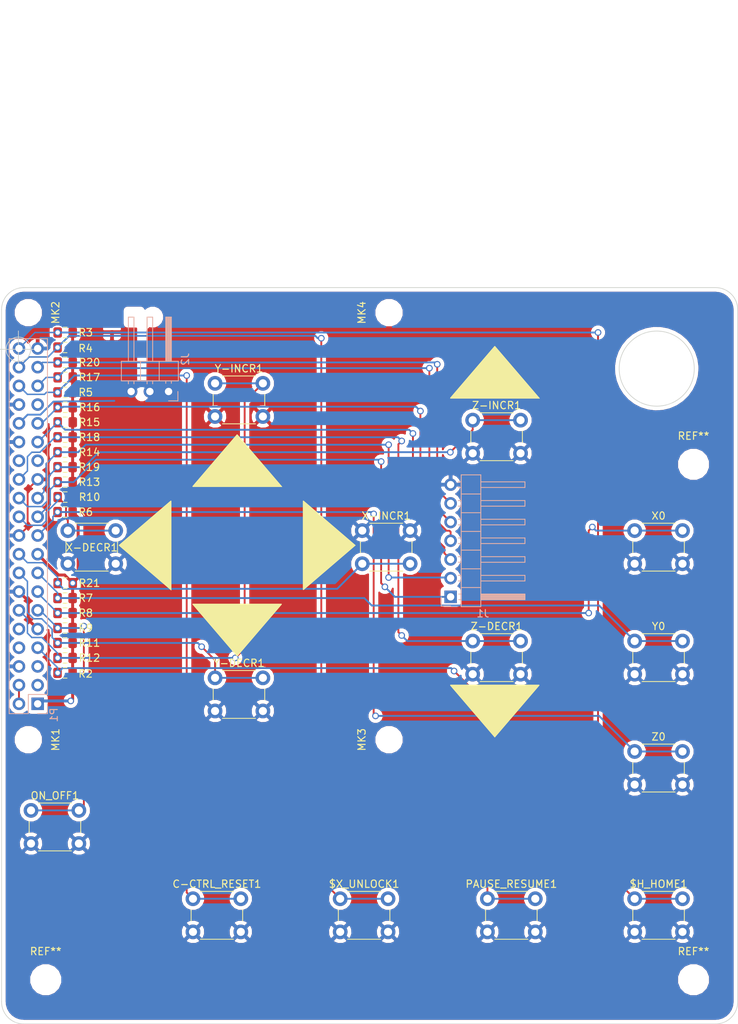
<source format=kicad_pcb>
(kicad_pcb (version 20171130) (host pcbnew "(5.0.0-3-g5ebb6b6)")
  (title_block (date "15 nov 2012"))
  (layers (0 F.Cu signal) (31 B.Cu signal) (34 B.Paste user) (35 F.Paste user) (36 B.SilkS user) (37 F.SilkS user) (38 B.Mask user) (39 F.Mask user) (44 Edge.Cuts user))
  (net 0 "")
  (net 1 +3V3)
  (net 2 +5V)
  (net 3 GND)
  (net 4 /ID_SD)
  (net 5 /ID_SC)
  (net 6 /GPIO5)
  (net 7 /GPIO6)
  (net 8 /GPIO26)
  (net 9 "/GPIO2(SDA1)")
  (net 10 "/GPIO3(SCL1)")
  (net 11 "/GPIO4(GCLK)")
  (net 12 "/GPIO14(TXD0)")
  (net 13 "/GPIO15(RXD0)")
  (net 14 "/GPIO17(GEN0)")
  (net 15 "/GPIO27(GEN2)")
  (net 16 "/GPIO22(GEN3)")
  (net 17 "/GPIO23(GEN4)")
  (net 18 "/GPIO24(GEN5)")
  (net 19 "/GPIO25(GEN6)")
  (net 20 "/GPIO18(GEN1)(PWM0)")
  (net 21 "/GPIO10(SPI0_MOSI)")
  (net 22 "/GPIO9(SPI0_MISO)")
  (net 23 "/GPIO11(SPI0_SCK)")
  (net 24 "/GPIO8(SPI0_CE_N)")
  (net 25 "/GPIO7(SPI1_CE_N)")
  (net 26 "/GPIO12(PWM0)")
  (net 27 "/GPIO13(PWM1)")
  (net 28 "/GPIO19(SPI1_MISO)")
  (net 29 /GPIO16)
  (net 30 "/GPIO20(SPI1_MOSI)")
  (net 31 "/GPIO21(SPI1_SCK)")
  (module MountingHole:MountingHole_2.7mm_M2.5 (layer F.Cu) (at 86.906 80.875 90)
    (fp_text reference MK4 (at 0 -3.7 90) (layer F.SilkS))
    (fp_text value M2.5)
    (pad 1 np_thru_hole circle (at 0 0 90) (size 2.7 2.7) (drill 2.7) (layers *.Cu *.Mask))
  )
  (module Connector_PinSocket_2.54mm:PinSocket_2x20_P2.54mm_Vertical (layer B.Cu) (at 39.176 134.005)
    (fp_text reference P1 (at 2.208 1.512 -270) (layer B.SilkS) (effects (justify mirror)))
    (fp_text value Conn_02x20_Odd_Even)
    (pad 1 thru_hole rect (at 0 0) (size 1.7 1.7) (drill 1) (layers *.Cu *.Mask) (net 1 +3V3))
    (pad 2 thru_hole oval (at -2.54 0) (size 1.7 1.7) (drill 1) (layers *.Cu *.Mask) (net 2 +5V))
    (pad 3 thru_hole oval (at 0 -2.54) (size 1.7 1.7) (drill 1) (layers *.Cu *.Mask) (net 9 "/GPIO2(SDA1)"))
    (pad 4 thru_hole oval (at -2.54 -2.54) (size 1.7 1.7) (drill 1) (layers *.Cu *.Mask) (net 2 +5V))
    (pad 5 thru_hole oval (at 0 -5.08) (size 1.7 1.7) (drill 1) (layers *.Cu *.Mask) (net 10 "/GPIO3(SCL1)"))
    (pad 6 thru_hole oval (at -2.54 -5.08) (size 1.7 1.7) (drill 1) (layers *.Cu *.Mask) (net 3 GND))
    (pad 7 thru_hole oval (at 0 -7.62) (size 1.7 1.7) (drill 1) (layers *.Cu *.Mask) (net 11 "/GPIO4(GCLK)"))
    (pad 8 thru_hole oval (at -2.54 -7.62) (size 1.7 1.7) (drill 1) (layers *.Cu *.Mask) (net 12 "/GPIO14(TXD0)"))
    (pad 9 thru_hole oval (at 0 -10.16) (size 1.7 1.7) (drill 1) (layers *.Cu *.Mask) (net 3 GND))
    (pad 10 thru_hole oval (at -2.54 -10.16) (size 1.7 1.7) (drill 1) (layers *.Cu *.Mask) (net 13 "/GPIO15(RXD0)"))
    (pad 11 thru_hole oval (at 0 -12.7) (size 1.7 1.7) (drill 1) (layers *.Cu *.Mask) (net 14 "/GPIO17(GEN0)"))
    (pad 12 thru_hole oval (at -2.54 -12.7) (size 1.7 1.7) (drill 1) (layers *.Cu *.Mask) (net 20 "/GPIO18(GEN1)(PWM0)"))
    (pad 13 thru_hole oval (at 0 -15.24) (size 1.7 1.7) (drill 1) (layers *.Cu *.Mask) (net 15 "/GPIO27(GEN2)"))
    (pad 14 thru_hole oval (at -2.54 -15.24) (size 1.7 1.7) (drill 1) (layers *.Cu *.Mask) (net 3 GND))
    (pad 15 thru_hole oval (at 0 -17.78) (size 1.7 1.7) (drill 1) (layers *.Cu *.Mask) (net 16 "/GPIO22(GEN3)"))
    (pad 16 thru_hole oval (at -2.54 -17.78) (size 1.7 1.7) (drill 1) (layers *.Cu *.Mask) (net 17 "/GPIO23(GEN4)"))
    (pad 17 thru_hole oval (at 0 -20.32) (size 1.7 1.7) (drill 1) (layers *.Cu *.Mask) (net 1 +3V3))
    (pad 18 thru_hole oval (at -2.54 -20.32) (size 1.7 1.7) (drill 1) (layers *.Cu *.Mask) (net 18 "/GPIO24(GEN5)"))
    (pad 19 thru_hole oval (at 0 -22.86) (size 1.7 1.7) (drill 1) (layers *.Cu *.Mask) (net 21 "/GPIO10(SPI0_MOSI)"))
    (pad 20 thru_hole oval (at -2.54 -22.86) (size 1.7 1.7) (drill 1) (layers *.Cu *.Mask) (net 3 GND))
    (pad 21 thru_hole oval (at 0 -25.4) (size 1.7 1.7) (drill 1) (layers *.Cu *.Mask) (net 22 "/GPIO9(SPI0_MISO)"))
    (pad 22 thru_hole oval (at -2.54 -25.4) (size 1.7 1.7) (drill 1) (layers *.Cu *.Mask) (net 19 "/GPIO25(GEN6)"))
    (pad 23 thru_hole oval (at 0 -27.94) (size 1.7 1.7) (drill 1) (layers *.Cu *.Mask) (net 23 "/GPIO11(SPI0_SCK)"))
    (pad 24 thru_hole oval (at -2.54 -27.94) (size 1.7 1.7) (drill 1) (layers *.Cu *.Mask) (net 24 "/GPIO8(SPI0_CE_N)"))
    (pad 25 thru_hole oval (at 0 -30.48) (size 1.7 1.7) (drill 1) (layers *.Cu *.Mask) (net 3 GND))
    (pad 26 thru_hole oval (at -2.54 -30.48) (size 1.7 1.7) (drill 1) (layers *.Cu *.Mask) (net 25 "/GPIO7(SPI1_CE_N)"))
    (pad 27 thru_hole oval (at 0 -33.02) (size 1.7 1.7) (drill 1) (layers *.Cu *.Mask) (net 4 /ID_SD))
    (pad 28 thru_hole oval (at -2.54 -33.02) (size 1.7 1.7) (drill 1) (layers *.Cu *.Mask) (net 5 /ID_SC))
    (pad 29 thru_hole oval (at 0 -35.56) (size 1.7 1.7) (drill 1) (layers *.Cu *.Mask) (net 6 /GPIO5))
    (pad 30 thru_hole oval (at -2.54 -35.56) (size 1.7 1.7) (drill 1) (layers *.Cu *.Mask) (net 3 GND))
    (pad 31 thru_hole oval (at 0 -38.1) (size 1.7 1.7) (drill 1) (layers *.Cu *.Mask) (net 7 /GPIO6))
    (pad 32 thru_hole oval (at -2.54 -38.1) (size 1.7 1.7) (drill 1) (layers *.Cu *.Mask) (net 26 "/GPIO12(PWM0)"))
    (pad 33 thru_hole oval (at 0 -40.64) (size 1.7 1.7) (drill 1) (layers *.Cu *.Mask) (net 27 "/GPIO13(PWM1)"))
    (pad 34 thru_hole oval (at -2.54 -40.64) (size 1.7 1.7) (drill 1) (layers *.Cu *.Mask) (net 3 GND))
    (pad 35 thru_hole oval (at 0 -43.18) (size 1.7 1.7) (drill 1) (layers *.Cu *.Mask) (net 28 "/GPIO19(SPI1_MISO)"))
    (pad 36 thru_hole oval (at -2.54 -43.18) (size 1.7 1.7) (drill 1) (layers *.Cu *.Mask) (net 29 /GPIO16))
    (pad 37 thru_hole oval (at 0 -45.72) (size 1.7 1.7) (drill 1) (layers *.Cu *.Mask) (net 8 /GPIO26))
    (pad 38 thru_hole oval (at -2.54 -45.72) (size 1.7 1.7) (drill 1) (layers *.Cu *.Mask) (net 30 "/GPIO20(SPI1_MOSI)"))
    (pad 39 thru_hole oval (at 0 -48.26) (size 1.7 1.7) (drill 1) (layers *.Cu *.Mask) (net 3 GND))
    (pad 40 thru_hole oval (at -2.54 -48.26) (size 1.7 1.7) (drill 1) (layers *.Cu *.Mask) (net 31 "/GPIO21(SPI1_SCK)"))
  )
  (module MountingHole:MountingHole_2.7mm_M2.5 (layer F.Cu) (at 86.906 138.875 90)
    (fp_text reference MK3 (at 0 -3.7 90) (layer F.SilkS))
    (fp_text value M2.5)
    (pad 1 np_thru_hole circle (at 0 0 90) (size 2.7 2.7) (drill 2.7) (layers *.Cu *.Mask))
  )
  (module MountingHole:MountingHole_2.7mm_M2.5 (layer F.Cu) (at 37.906 80.875 270)
    (fp_text reference MK2 (at 0 -3.7 270) (layer F.SilkS))
    (fp_text value M2.5)
    (pad 1 np_thru_hole circle (at 0 0 270) (size 2.7 2.7) (drill 2.7) (layers *.Cu *.Mask))
  )
  (module MountingHole:MountingHole_2.7mm_M2.5 (layer F.Cu) (at 37.906 138.875 270)
    (fp_text reference MK1 (at 0 -3.7 270) (layer F.SilkS))
    (fp_text value M2.5)
    (pad 1 np_thru_hole circle (at 0 0 270) (size 2.7 2.7) (drill 2.7) (layers *.Cu *.Mask))
  )
  (module Button_Switch_THT:SW_PUSH_6mm (layer F.Cu) (at 120.272 160.478)
    (fp_text reference $H_HOME1 (at 3.25 -2) (layer F.SilkS))
    (fp_text value SW_Push)
    (pad 2 thru_hole circle (at 0 4.5 90) (size 2 2) (drill 1.1) (layers *.Cu *.Mask) (net 3 GND))
    (pad 1 thru_hole circle (at 0 0 90) (size 2 2) (drill 1.1) (layers *.Cu *.Mask) (net 31 "/GPIO21(SPI1_SCK)"))
    (pad 2 thru_hole circle (at 6.5 4.5 90) (size 2 2) (drill 1.1) (layers *.Cu *.Mask) (net 3 GND))
    (pad 1 thru_hole circle (at 6.5 0 90) (size 2 2) (drill 1.1) (layers *.Cu *.Mask) (net 31 "/GPIO21(SPI1_SCK)"))
  )
  (module Button_Switch_THT:SW_PUSH_6mm (layer F.Cu) (at 80.272 160.478)
    (fp_text reference $X_UNLOCK1 (at 3.25 -2) (layer F.SilkS))
    (fp_text value SW_Push)
    (pad 1 thru_hole circle (at 6.5 0 90) (size 2 2) (drill 1.1) (layers *.Cu *.Mask) (net 30 "/GPIO20(SPI1_MOSI)"))
    (pad 2 thru_hole circle (at 6.5 4.5 90) (size 2 2) (drill 1.1) (layers *.Cu *.Mask) (net 3 GND))
    (pad 1 thru_hole circle (at 0 0 90) (size 2 2) (drill 1.1) (layers *.Cu *.Mask) (net 30 "/GPIO20(SPI1_MOSI)"))
    (pad 2 thru_hole circle (at 0 4.5 90) (size 2 2) (drill 1.1) (layers *.Cu *.Mask) (net 3 GND))
  )
  (module Button_Switch_THT:SW_PUSH_6mm (layer F.Cu) (at 60.272 160.478)
    (fp_text reference C-CTRL_RESET1 (at 3.25 -2) (layer F.SilkS))
    (fp_text value SW_Push)
    (pad 2 thru_hole circle (at 0 4.5 90) (size 2 2) (drill 1.1) (layers *.Cu *.Mask) (net 3 GND))
    (pad 1 thru_hole circle (at 0 0 90) (size 2 2) (drill 1.1) (layers *.Cu *.Mask) (net 29 /GPIO16))
    (pad 2 thru_hole circle (at 6.5 4.5 90) (size 2 2) (drill 1.1) (layers *.Cu *.Mask) (net 3 GND))
    (pad 1 thru_hole circle (at 6.5 0 90) (size 2 2) (drill 1.1) (layers *.Cu *.Mask) (net 29 /GPIO16))
  )
  (module Button_Switch_THT:SW_PUSH_6mm (layer F.Cu) (at 38.272 148.478)
    (fp_text reference ON_OFF1 (at 3.25 -2) (layer F.SilkS))
    (fp_text value SW_Push)
    (pad 1 thru_hole circle (at 6.5 0 90) (size 2 2) (drill 1.1) (layers *.Cu *.Mask) (net 14 "/GPIO17(GEN0)"))
    (pad 2 thru_hole circle (at 6.5 4.5 90) (size 2 2) (drill 1.1) (layers *.Cu *.Mask) (net 3 GND))
    (pad 1 thru_hole circle (at 0 0 90) (size 2 2) (drill 1.1) (layers *.Cu *.Mask) (net 14 "/GPIO17(GEN0)"))
    (pad 2 thru_hole circle (at 0 4.5 90) (size 2 2) (drill 1.1) (layers *.Cu *.Mask) (net 3 GND))
  )
  (module Button_Switch_THT:SW_PUSH_6mm (layer F.Cu) (at 100.272 160.478)
    (fp_text reference PAUSE_RESUME1 (at 3.25 -2) (layer F.SilkS))
    (fp_text value SW_Push)
    (pad 1 thru_hole circle (at 6.5 0 90) (size 2 2) (drill 1.1) (layers *.Cu *.Mask) (net 11 "/GPIO4(GCLK)"))
    (pad 2 thru_hole circle (at 6.5 4.5 90) (size 2 2) (drill 1.1) (layers *.Cu *.Mask) (net 3 GND))
    (pad 1 thru_hole circle (at 0 0 90) (size 2 2) (drill 1.1) (layers *.Cu *.Mask) (net 11 "/GPIO4(GCLK)"))
    (pad 2 thru_hole circle (at 0 4.5 90) (size 2 2) (drill 1.1) (layers *.Cu *.Mask) (net 3 GND))
  )
  (module Button_Switch_THT:SW_PUSH_6mm (layer F.Cu) (at 120.272 110.478)
    (fp_text reference X0 (at 3.25 -2) (layer F.SilkS))
    (fp_text value SW_Push)
    (pad 2 thru_hole circle (at 0 4.5 90) (size 2 2) (drill 1.1) (layers *.Cu *.Mask) (net 3 GND))
    (pad 1 thru_hole circle (at 0 0 90) (size 2 2) (drill 1.1) (layers *.Cu *.Mask) (net 15 "/GPIO27(GEN2)"))
    (pad 2 thru_hole circle (at 6.5 4.5 90) (size 2 2) (drill 1.1) (layers *.Cu *.Mask) (net 3 GND))
    (pad 1 thru_hole circle (at 6.5 0 90) (size 2 2) (drill 1.1) (layers *.Cu *.Mask) (net 15 "/GPIO27(GEN2)"))
  )
  (module Button_Switch_THT:SW_PUSH_6mm (layer F.Cu) (at 43.272 110.478)
    (fp_text reference X-DECR1 (at 3.25 2.306) (layer F.SilkS))
    (fp_text value SW_Push)
    (pad 1 thru_hole circle (at 6.5 0 90) (size 2 2) (drill 1.1) (layers *.Cu *.Mask) (net 19 "/GPIO25(GEN6)"))
    (pad 2 thru_hole circle (at 6.5 4.5 90) (size 2 2) (drill 1.1) (layers *.Cu *.Mask) (net 3 GND))
    (pad 1 thru_hole circle (at 0 0 90) (size 2 2) (drill 1.1) (layers *.Cu *.Mask) (net 19 "/GPIO25(GEN6)"))
    (pad 2 thru_hole circle (at 0 4.5 90) (size 2 2) (drill 1.1) (layers *.Cu *.Mask) (net 3 GND))
  )
  (module Button_Switch_THT:SW_PUSH_6mm (layer F.Cu) (at 83.272 110.478)
    (fp_text reference X-INCR1 (at 3.25 -2) (layer F.SilkS))
    (fp_text value SW_Push)
    (pad 1 thru_hole circle (at 6.5 0 90) (size 2 2) (drill 1.1) (layers *.Cu *.Mask) (net 3 GND))
    (pad 2 thru_hole circle (at 6.5 4.5 90) (size 2 2) (drill 1.1) (layers *.Cu *.Mask) (net 18 "/GPIO24(GEN5)"))
    (pad 1 thru_hole circle (at 0 0 90) (size 2 2) (drill 1.1) (layers *.Cu *.Mask) (net 3 GND))
    (pad 2 thru_hole circle (at 0 4.5 90) (size 2 2) (drill 1.1) (layers *.Cu *.Mask) (net 18 "/GPIO24(GEN5)"))
  )
  (module Button_Switch_THT:SW_PUSH_6mm (layer F.Cu) (at 120.272 125.478)
    (fp_text reference Y0 (at 3.25 -2) (layer F.SilkS))
    (fp_text value SW_Push)
    (pad 1 thru_hole circle (at 6.5 0 90) (size 2 2) (drill 1.1) (layers *.Cu *.Mask) (net 16 "/GPIO22(GEN3)"))
    (pad 2 thru_hole circle (at 6.5 4.5 90) (size 2 2) (drill 1.1) (layers *.Cu *.Mask) (net 3 GND))
    (pad 1 thru_hole circle (at 0 0 90) (size 2 2) (drill 1.1) (layers *.Cu *.Mask) (net 16 "/GPIO22(GEN3)"))
    (pad 2 thru_hole circle (at 0 4.5 90) (size 2 2) (drill 1.1) (layers *.Cu *.Mask) (net 3 GND))
  )
  (module Button_Switch_THT:SW_PUSH_6mm (layer F.Cu) (at 63.272 130.478)
    (fp_text reference Y-DECR1 (at 3.25 -2) (layer F.SilkS))
    (fp_text value SW_Push)
    (pad 2 thru_hole circle (at 0 4.5 90) (size 2 2) (drill 1.1) (layers *.Cu *.Mask) (net 3 GND))
    (pad 1 thru_hole circle (at 0 0 90) (size 2 2) (drill 1.1) (layers *.Cu *.Mask) (net 17 "/GPIO23(GEN4)"))
    (pad 2 thru_hole circle (at 6.5 4.5 90) (size 2 2) (drill 1.1) (layers *.Cu *.Mask) (net 3 GND))
    (pad 1 thru_hole circle (at 6.5 0 90) (size 2 2) (drill 1.1) (layers *.Cu *.Mask) (net 17 "/GPIO23(GEN4)"))
  )
  (module Button_Switch_THT:SW_PUSH_6mm (layer F.Cu) (at 63.272 90.478)
    (fp_text reference Y-INCR1 (at 3.25 -2) (layer F.SilkS))
    (fp_text value SW_Push)
    (pad 2 thru_hole circle (at 0 4.5 90) (size 2 2) (drill 1.1) (layers *.Cu *.Mask) (net 3 GND))
    (pad 1 thru_hole circle (at 0 0 90) (size 2 2) (drill 1.1) (layers *.Cu *.Mask) (net 20 "/GPIO18(GEN1)(PWM0)"))
    (pad 2 thru_hole circle (at 6.5 4.5 90) (size 2 2) (drill 1.1) (layers *.Cu *.Mask) (net 3 GND))
    (pad 1 thru_hole circle (at 6.5 0 90) (size 2 2) (drill 1.1) (layers *.Cu *.Mask) (net 20 "/GPIO18(GEN1)(PWM0)"))
  )
  (module Button_Switch_THT:SW_PUSH_6mm (layer F.Cu) (at 120.272 140.478)
    (fp_text reference Z0 (at 3.25 -2) (layer F.SilkS))
    (fp_text value SW_Push)
    (pad 2 thru_hole circle (at 0 4.5 90) (size 2 2) (drill 1.1) (layers *.Cu *.Mask) (net 3 GND))
    (pad 1 thru_hole circle (at 0 0 90) (size 2 2) (drill 1.1) (layers *.Cu *.Mask) (net 21 "/GPIO10(SPI0_MOSI)"))
    (pad 2 thru_hole circle (at 6.5 4.5 90) (size 2 2) (drill 1.1) (layers *.Cu *.Mask) (net 3 GND))
    (pad 1 thru_hole circle (at 6.5 0 90) (size 2 2) (drill 1.1) (layers *.Cu *.Mask) (net 21 "/GPIO10(SPI0_MOSI)"))
  )
  (module Button_Switch_THT:SW_PUSH_6mm (layer F.Cu) (at 98.272 125.478)
    (fp_text reference Z-DECR1 (at 3.25 -2) (layer F.SilkS))
    (fp_text value SW_Push)
    (pad 2 thru_hole circle (at 0 4.5 90) (size 2 2) (drill 1.1) (layers *.Cu *.Mask) (net 3 GND))
    (pad 1 thru_hole circle (at 0 0 90) (size 2 2) (drill 1.1) (layers *.Cu *.Mask) (net 25 "/GPIO7(SPI1_CE_N)"))
    (pad 2 thru_hole circle (at 6.5 4.5 90) (size 2 2) (drill 1.1) (layers *.Cu *.Mask) (net 3 GND))
    (pad 1 thru_hole circle (at 6.5 0 90) (size 2 2) (drill 1.1) (layers *.Cu *.Mask) (net 25 "/GPIO7(SPI1_CE_N)"))
  )
  (module Button_Switch_THT:SW_PUSH_6mm (layer F.Cu) (at 98.272 95.478)
    (fp_text reference Z-INCR1 (at 3.25 -2) (layer F.SilkS))
    (fp_text value SW_Push)
    (pad 1 thru_hole circle (at 6.5 0 90) (size 2 2) (drill 1.1) (layers *.Cu *.Mask) (net 24 "/GPIO8(SPI0_CE_N)"))
    (pad 2 thru_hole circle (at 6.5 4.5 90) (size 2 2) (drill 1.1) (layers *.Cu *.Mask) (net 3 GND))
    (pad 1 thru_hole circle (at 0 0 90) (size 2 2) (drill 1.1) (layers *.Cu *.Mask) (net 24 "/GPIO8(SPI0_CE_N)"))
    (pad 2 thru_hole circle (at 0 4.5 90) (size 2 2) (drill 1.1) (layers *.Cu *.Mask) (net 3 GND))
  )
  (module Connector_PinHeader_2.54mm:PinHeader_1x07_P2.54mm_Horizontal (layer B.Cu) (at 95.272 119.478)
    (fp_text reference J1 (at 4.385 2.27) (layer B.SilkS) (effects (justify mirror)))
    (fp_text value Conn_01x07_Male)
    (pad 1 thru_hole rect (at 0 0) (size 1.7 1.7) (drill 1) (layers *.Cu *.Mask) (net 22 "/GPIO9(SPI0_MISO)"))
    (pad 2 thru_hole oval (at 0 -2.54) (size 1.7 1.7) (drill 1) (layers *.Cu *.Mask) (net 23 "/GPIO11(SPI0_SCK)"))
    (pad 3 thru_hole oval (at 0 -5.08) (size 1.7 1.7) (drill 1) (layers *.Cu *.Mask) (net 6 /GPIO5))
    (pad 4 thru_hole oval (at 0 -7.62) (size 1.7 1.7) (drill 1) (layers *.Cu *.Mask) (net 7 /GPIO6))
    (pad 5 thru_hole oval (at 0 -10.16) (size 1.7 1.7) (drill 1) (layers *.Cu *.Mask) (net 28 "/GPIO19(SPI1_MISO)"))
    (pad 6 thru_hole oval (at 0 -12.7) (size 1.7 1.7) (drill 1) (layers *.Cu *.Mask) (net 8 /GPIO26))
    (pad 7 thru_hole oval (at 0 -15.24) (size 1.7 1.7) (drill 1) (layers *.Cu *.Mask) (net 3 GND))
  )
  (module Resistor_SMD:R_0805_2012Metric_Pad1.15x1.40mm_HandSolder (layer F.Cu) (at 42.899 129.802 180)
    (fp_text reference R2 (at -2.785 -0.127 180) (layer F.SilkS))
    (fp_text value 10k)
    (pad 2 smd roundrect (at 1.025 0 180) (size 1.15 1.4) (layers F.Cu F.Paste F.Mask) (roundrect_rratio 0.217391) (net 11 "/GPIO4(GCLK)"))
    (pad 1 smd roundrect (at -1.025 0 180) (size 1.15 1.4) (layers F.Cu F.Paste F.Mask) (roundrect_rratio 0.217391) (net 1 +3V3))
  )
  (module Resistor_SMD:R_0805_2012Metric_Pad1.15x1.40mm_HandSolder (layer F.Cu) (at 42.917 83.574 180)
    (fp_text reference R3 (at -2.785 0 180) (layer F.SilkS))
    (fp_text value 10k)
    (pad 1 smd roundrect (at -1.025 0 180) (size 1.15 1.4) (layers F.Cu F.Paste F.Mask) (roundrect_rratio 0.217391) (net 1 +3V3))
    (pad 2 smd roundrect (at 1.025 0 180) (size 1.15 1.4) (layers F.Cu F.Paste F.Mask) (roundrect_rratio 0.217391) (net 31 "/GPIO21(SPI1_SCK)"))
  )
  (module Resistor_SMD:R_0805_2012Metric_Pad1.15x1.40mm_HandSolder (layer F.Cu) (at 42.899 85.606 180)
    (fp_text reference R4 (at -2.785 -0.127 180) (layer F.SilkS))
    (fp_text value 10k)
    (pad 2 smd roundrect (at 1.025 0 180) (size 1.15 1.4) (layers F.Cu F.Paste F.Mask) (roundrect_rratio 0.217391) (net 30 "/GPIO20(SPI1_MOSI)"))
    (pad 1 smd roundrect (at -1.025 0 180) (size 1.15 1.4) (layers F.Cu F.Paste F.Mask) (roundrect_rratio 0.217391) (net 1 +3V3))
  )
  (module Resistor_SMD:R_0805_2012Metric_Pad1.15x1.40mm_HandSolder (layer F.Cu) (at 42.899 91.702 180)
    (fp_text reference R5 (at -2.803 0 180) (layer F.SilkS))
    (fp_text value 10k)
    (pad 1 smd roundrect (at -1.025 0 180) (size 1.15 1.4) (layers F.Cu F.Paste F.Mask) (roundrect_rratio 0.217391) (net 1 +3V3))
    (pad 2 smd roundrect (at 1.025 0 180) (size 1.15 1.4) (layers F.Cu F.Paste F.Mask) (roundrect_rratio 0.217391) (net 29 /GPIO16))
  )
  (module Resistor_SMD:R_0805_2012Metric_Pad1.15x1.40mm_HandSolder (layer F.Cu) (at 42.899 107.958 180)
    (fp_text reference R6 (at -2.803 0 180) (layer F.SilkS))
    (fp_text value 10k)
    (pad 2 smd roundrect (at 1.025 0 180) (size 1.15 1.4) (layers F.Cu F.Paste F.Mask) (roundrect_rratio 0.217391) (net 21 "/GPIO10(SPI0_MOSI)"))
    (pad 1 smd roundrect (at -1.025 0 180) (size 1.15 1.4) (layers F.Cu F.Paste F.Mask) (roundrect_rratio 0.217391) (net 1 +3V3))
  )
  (module Resistor_SMD:R_0805_2012Metric_Pad1.15x1.40mm_HandSolder (layer F.Cu) (at 42.899 119.642 180)
    (fp_text reference R7 (at -2.803 0 180) (layer F.SilkS))
    (fp_text value 10k)
    (pad 1 smd roundrect (at -1.025 0 180) (size 1.15 1.4) (layers F.Cu F.Paste F.Mask) (roundrect_rratio 0.217391) (net 1 +3V3))
    (pad 2 smd roundrect (at 1.025 0 180) (size 1.15 1.4) (layers F.Cu F.Paste F.Mask) (roundrect_rratio 0.217391) (net 16 "/GPIO22(GEN3)"))
  )
  (module Resistor_SMD:R_0805_2012Metric_Pad1.15x1.40mm_HandSolder (layer F.Cu) (at 42.899 121.674 180)
    (fp_text reference R8 (at -2.803 0 180) (layer F.SilkS))
    (fp_text value 10k)
    (pad 2 smd roundrect (at 1.025 0 180) (size 1.15 1.4) (layers F.Cu F.Paste F.Mask) (roundrect_rratio 0.217391) (net 15 "/GPIO27(GEN2)"))
    (pad 1 smd roundrect (at -1.025 0 180) (size 1.15 1.4) (layers F.Cu F.Paste F.Mask) (roundrect_rratio 0.217391) (net 1 +3V3))
  )
  (module Resistor_SMD:R_0805_2012Metric_Pad1.15x1.40mm_HandSolder (layer F.Cu) (at 42.899 123.706 180)
    (fp_text reference R9 (at -2.803 0 180) (layer F.SilkS))
    (fp_text value 10k)
    (pad 1 smd roundrect (at -1.025 0 180) (size 1.15 1.4) (layers F.Cu F.Paste F.Mask) (roundrect_rratio 0.217391) (net 1 +3V3))
    (pad 2 smd roundrect (at 1.025 0 180) (size 1.15 1.4) (layers F.Cu F.Paste F.Mask) (roundrect_rratio 0.217391) (net 14 "/GPIO17(GEN0)"))
  )
  (module Resistor_SMD:R_0805_2012Metric_Pad1.15x1.40mm_HandSolder (layer F.Cu) (at 42.917 105.926 180)
    (fp_text reference R10 (at -3.311 0 180) (layer F.SilkS))
    (fp_text value 10k)
    (pad 2 smd roundrect (at 1.025 0 180) (size 1.15 1.4) (layers F.Cu F.Paste F.Mask) (roundrect_rratio 0.217391) (net 19 "/GPIO25(GEN6)"))
    (pad 1 smd roundrect (at -1.025 0 180) (size 1.15 1.4) (layers F.Cu F.Paste F.Mask) (roundrect_rratio 0.217391) (net 1 +3V3))
  )
  (module Resistor_SMD:R_0805_2012Metric_Pad1.15x1.40mm_HandSolder (layer F.Cu) (at 42.899 125.738 180)
    (fp_text reference R11 (at -3.311 0 180) (layer F.SilkS))
    (fp_text value 10k)
    (pad 1 smd roundrect (at -1.025 0 180) (size 1.15 1.4) (layers F.Cu F.Paste F.Mask) (roundrect_rratio 0.217391) (net 1 +3V3))
    (pad 2 smd roundrect (at 1.025 0 180) (size 1.15 1.4) (layers F.Cu F.Paste F.Mask) (roundrect_rratio 0.217391) (net 17 "/GPIO23(GEN4)"))
  )
  (module Resistor_SMD:R_0805_2012Metric_Pad1.15x1.40mm_HandSolder (layer F.Cu) (at 42.899 127.77 180)
    (fp_text reference R12 (at -3.311 0 180) (layer F.SilkS))
    (fp_text value 10k)
    (pad 1 smd roundrect (at -1.025 0 180) (size 1.15 1.4) (layers F.Cu F.Paste F.Mask) (roundrect_rratio 0.217391) (net 1 +3V3))
    (pad 2 smd roundrect (at 1.025 0 180) (size 1.15 1.4) (layers F.Cu F.Paste F.Mask) (roundrect_rratio 0.217391) (net 20 "/GPIO18(GEN1)(PWM0)"))
  )
  (module Resistor_SMD:R_0805_2012Metric_Pad1.15x1.40mm_HandSolder (layer F.Cu) (at 42.917 103.894 180)
    (fp_text reference R13 (at -3.293 0 180) (layer F.SilkS))
    (fp_text value 10k)
    (pad 2 smd roundrect (at 1.025 0 180) (size 1.15 1.4) (layers F.Cu F.Paste F.Mask) (roundrect_rratio 0.217391) (net 22 "/GPIO9(SPI0_MISO)"))
    (pad 1 smd roundrect (at -1.025 0 180) (size 1.15 1.4) (layers F.Cu F.Paste F.Mask) (roundrect_rratio 0.217391) (net 1 +3V3))
  )
  (module Resistor_SMD:R_0805_2012Metric_Pad1.15x1.40mm_HandSolder (layer F.Cu) (at 42.899 99.83 180)
    (fp_text reference R14 (at -3.311 0 180) (layer F.SilkS))
    (fp_text value 10k)
    (pad 1 smd roundrect (at -1.025 0 180) (size 1.15 1.4) (layers F.Cu F.Paste F.Mask) (roundrect_rratio 0.217391) (net 1 +3V3))
    (pad 2 smd roundrect (at 1.025 0 180) (size 1.15 1.4) (layers F.Cu F.Paste F.Mask) (roundrect_rratio 0.217391) (net 23 "/GPIO11(SPI0_SCK)"))
  )
  (module Resistor_SMD:R_0805_2012Metric_Pad1.15x1.40mm_HandSolder (layer F.Cu) (at 42.917 95.766 180)
    (fp_text reference R15 (at -3.293 0 180) (layer F.SilkS))
    (fp_text value 10k)
    (pad 2 smd roundrect (at 1.025 0 180) (size 1.15 1.4) (layers F.Cu F.Paste F.Mask) (roundrect_rratio 0.217391) (net 6 /GPIO5))
    (pad 1 smd roundrect (at -1.025 0 180) (size 1.15 1.4) (layers F.Cu F.Paste F.Mask) (roundrect_rratio 0.217391) (net 1 +3V3))
  )
  (module Resistor_SMD:R_0805_2012Metric_Pad1.15x1.40mm_HandSolder (layer F.Cu) (at 42.917 93.734 180)
    (fp_text reference R16 (at -3.311 0 180) (layer F.SilkS))
    (fp_text value 10k)
    (pad 1 smd roundrect (at -1.025 0 180) (size 1.15 1.4) (layers F.Cu F.Paste F.Mask) (roundrect_rratio 0.217391) (net 1 +3V3))
    (pad 2 smd roundrect (at 1.025 0 180) (size 1.15 1.4) (layers F.Cu F.Paste F.Mask) (roundrect_rratio 0.217391) (net 7 /GPIO6))
  )
  (module Resistor_SMD:R_0805_2012Metric_Pad1.15x1.40mm_HandSolder (layer F.Cu) (at 42.917 89.67 180)
    (fp_text reference R17 (at -3.293 0 180) (layer F.SilkS))
    (fp_text value 10k)
    (pad 2 smd roundrect (at 1.025 0 180) (size 1.15 1.4) (layers F.Cu F.Paste F.Mask) (roundrect_rratio 0.217391) (net 28 "/GPIO19(SPI1_MISO)"))
    (pad 1 smd roundrect (at -1.025 0 180) (size 1.15 1.4) (layers F.Cu F.Paste F.Mask) (roundrect_rratio 0.217391) (net 1 +3V3))
  )
  (module Resistor_SMD:R_0805_2012Metric_Pad1.15x1.40mm_HandSolder (layer F.Cu) (at 42.908 97.798 180)
    (fp_text reference R18 (at -3.302 0 180) (layer F.SilkS))
    (fp_text value 10k)
    (pad 2 smd roundrect (at 1.025 0 180) (size 1.15 1.4) (layers F.Cu F.Paste F.Mask) (roundrect_rratio 0.217391) (net 25 "/GPIO7(SPI1_CE_N)"))
    (pad 1 smd roundrect (at -1.025 0 180) (size 1.15 1.4) (layers F.Cu F.Paste F.Mask) (roundrect_rratio 0.217391) (net 1 +3V3))
  )
  (module Resistor_SMD:R_0805_2012Metric_Pad1.15x1.40mm_HandSolder (layer F.Cu) (at 42.899 101.862 180)
    (fp_text reference R19 (at -3.293 0 180) (layer F.SilkS))
    (fp_text value 10k)
    (pad 2 smd roundrect (at 1.025 0 180) (size 1.15 1.4) (layers F.Cu F.Paste F.Mask) (roundrect_rratio 0.217391) (net 24 "/GPIO8(SPI0_CE_N)"))
    (pad 1 smd roundrect (at -1.025 0 180) (size 1.15 1.4) (layers F.Cu F.Paste F.Mask) (roundrect_rratio 0.217391) (net 1 +3V3))
  )
  (module Resistor_SMD:R_0805_2012Metric_Pad1.15x1.40mm_HandSolder (layer F.Cu) (at 42.917 87.638 180)
    (fp_text reference R20 (at -3.293 0 180) (layer F.SilkS))
    (fp_text value 10k)
    (pad 1 smd roundrect (at -1.025 0 180) (size 1.15 1.4) (layers F.Cu F.Paste F.Mask) (roundrect_rratio 0.217391) (net 1 +3V3))
    (pad 2 smd roundrect (at 1.025 0 180) (size 1.15 1.4) (layers F.Cu F.Paste F.Mask) (roundrect_rratio 0.217391) (net 8 /GPIO26))
  )
  (module Resistor_SMD:R_0805_2012Metric_Pad1.15x1.40mm_HandSolder (layer F.Cu) (at 42.917 117.61 180)
    (fp_text reference R21 (at -3.293 0 180) (layer F.SilkS))
    (fp_text value 10k)
    (pad 1 smd roundrect (at -1.025 0 180) (size 1.15 1.4) (layers F.Cu F.Paste F.Mask) (roundrect_rratio 0.217391) (net 1 +3V3))
    (pad 2 smd roundrect (at 1.025 0 180) (size 1.15 1.4) (layers F.Cu F.Paste F.Mask) (roundrect_rratio 0.217391) (net 18 "/GPIO24(GEN5)"))
  )
  (module MountingHole:MountingHole_3.2mm_M3_ISO7380 (layer F.Cu) (at 40.272 171.478)
    (fp_text reference REF** (at 0 -3.85) (layer F.SilkS))
    (fp_text value MountingHole_3.2mm_M3_ISO7380)
    (pad 1 np_thru_hole circle (at 0 0) (size 3.2 3.2) (drill 3.2) (layers *.Cu *.Mask))
  )
  (module MountingHole:MountingHole_3.2mm_M3_ISO7380 (layer F.Cu) (at 128.272 171.478)
    (fp_text reference REF** (at 0 -3.85) (layer F.SilkS))
    (fp_text value MountingHole_3.2mm_M3_ISO7380)
    (pad 1 np_thru_hole circle (at 0 0) (size 3.2 3.2) (drill 3.2) (layers *.Cu *.Mask))
  )
  (module MountingHole:MountingHole_3.2mm_M3_ISO7380 (layer F.Cu) (at 128.272 101.478)
    (fp_text reference REF** (at 0 -3.85) (layer F.SilkS))
    (fp_text value MountingHole_3.2mm_M3_ISO7380)
    (pad 1 np_thru_hole circle (at 0 0) (size 3.2 3.2) (drill 3.2) (layers *.Cu *.Mask))
  )
  (module Connector_PinHeader_2.54mm:PinHeader_1x03_P2.54mm_Horizontal (layer B.Cu) (at 56.956 91.587 90)
    (fp_text reference J2 (at 4.385 2.27 90) (layer B.SilkS) (effects (justify mirror)))
    (fp_text value Conn_01x03_Male)
    (pad 1 thru_hole rect (at 0 0 90) (size 1.7 1.7) (drill 1) (layers *.Cu *.Mask) (net 3 GND))
    (pad 2 thru_hole oval (at 0 -2.54 90) (size 1.7 1.7) (drill 1) (layers *.Cu *.Mask) (net 26 "/GPIO12(PWM0)"))
    (pad 3 thru_hole oval (at 0 -5.08 90) (size 1.7 1.7) (drill 1) (layers *.Cu *.Mask) (net 2 +5V))
  )
  (target plus (at 36.558 85.86) (size 5) (width 0.1) (layer Edge.Cuts))
  (gr_poly (pts (xy 107.272 92.478) (xy 95.272 92.478) (xy 101.272 85.478)) (layer F.SilkS) (width 0.15))
  (gr_poly (pts (xy 95.272 131.478) (xy 107.272 131.478) (xy 101.272 138.478)) (layer F.SilkS) (width 0.15))
  (gr_poly (pts (xy 75.272 118.478) (xy 75.272 106.478) (xy 82.272 112.478)) (layer F.SilkS) (width 0.15))
  (gr_poly (pts (xy 60.272 120.478) (xy 72.272 120.478) (xy 66.272 127.478)) (layer F.SilkS) (width 0.15))
  (gr_poly (pts (xy 57.272 106.478) (xy 57.272 118.478) (xy 50.272 112.478)) (layer F.SilkS) (width 0.15))
  (gr_poly (pts (xy 72.272 104.478) (xy 60.272 104.478) (xy 66.272 97.478)) (layer F.SilkS) (width 0.15))
  (gr_circle (center 123.272 88.478) (end 128.372 88.478) (layer Edge.Cuts) (width 0.1))
  (gr_line (start 37.272 77.478) (end 131.272 77.478) (layer Edge.Cuts) (width 0.1))
  (gr_arc (start 131.272 80.478) (end 134.272 80.478) (angle -90) (layer Edge.Cuts) (width 0.1))
  (gr_line (start 134.272 174.478) (end 134.272 80.478) (layer Edge.Cuts) (width 0.1))
  (gr_arc (start 131.272 174.478) (end 131.272 177.478) (angle -90) (layer Edge.Cuts) (width 0.1))
  (gr_line (start 37.272 177.478) (end 131.272 177.478) (layer Edge.Cuts) (width 0.1))
  (gr_arc (start 37.272 174.478) (end 34.272 174.478) (angle -90) (layer Edge.Cuts) (width 0.1))
  (gr_arc (start 37.272 80.478) (end 34.272 80.478) (angle 90) (layer Edge.Cuts) (width 0.1))
  (gr_line (start 34.272 80.478) (end 34.272 174.478) (layer Edge.Cuts) (width 0.1))
  (segment (start 43.924 129.802) (end 43.924 127.77) (width 0.4) (layer F.Cu) (net 1))
  (segment (start 43.924 127.77) (end 43.924 125.738) (width 0.4) (layer F.Cu) (net 1))
  (segment (start 43.924 117.628) (end 43.942 117.61) (width 0.4) (layer F.Cu) (net 1))
  (segment (start 43.924 125.738) (end 43.924 117.628) (width 0.4) (layer F.Cu) (net 1))
  (segment (start 44.547372 108.581372) (end 43.924 107.958) (width 0.4) (layer F.Cu) (net 1))
  (segment (start 44.672001 116.879999) (end 44.672001 108.706001) (width 0.4) (layer F.Cu) (net 1))
  (segment (start 44.672001 108.706001) (end 44.547372 108.581372) (width 0.4) (layer F.Cu) (net 1))
  (segment (start 43.942 117.61) (end 44.672001 116.879999) (width 0.4) (layer F.Cu) (net 1))
  (segment (start 43.924 83.592) (end 43.942 83.574) (width 0.4) (layer F.Cu) (net 1))
  (segment (start 43.924 107.958) (end 43.924 83.592) (width 0.4) (layer F.Cu) (net 1))
  (via (at 43.67 133.612) (size 0.9) (drill 0.6) (layers F.Cu B.Cu) (net 1))
  (segment (start 43.924 133.358) (end 43.67 133.612) (width 0.4) (layer F.Cu) (net 1))
  (segment (start 43.924 129.802) (end 43.924 133.358) (width 0.4) (layer F.Cu) (net 1))
  (segment (start 39.569 133.612) (end 39.176 134.005) (width 0.4) (layer B.Cu) (net 1))
  (segment (start 43.67 133.612) (end 39.569 133.612) (width 0.4) (layer B.Cu) (net 1))
  (via (at 43.942 117.61) (size 0.9) (drill 0.6) (layers F.Cu B.Cu) (net 1))
  (segment (start 40.025999 114.534999) (end 39.176 113.685) (width 0.4) (layer F.Cu) (net 1))
  (segment (start 42.00099 116.50999) (end 40.025999 114.534999) (width 0.4) (layer F.Cu) (net 1))
  (segment (start 42.84199 116.50999) (end 42.00099 116.50999) (width 0.4) (layer F.Cu) (net 1))
  (segment (start 43.942 117.61) (end 42.84199 116.50999) (width 0.4) (layer F.Cu) (net 1))
  (segment (start 36.636 134.005) (end 36.636 131.465) (width 0.25) (layer F.Cu) (net 2))
  (segment (start 37.485999 119.614999) (end 36.636 118.765) (width 0.4) (layer F.Cu) (net 3))
  (segment (start 37.886001 120.015001) (end 37.485999 119.614999) (width 0.4) (layer F.Cu) (net 3))
  (segment (start 37.886001 122.555001) (end 37.886001 120.015001) (width 0.4) (layer F.Cu) (net 3))
  (segment (start 39.176 123.845) (end 37.886001 122.555001) (width 0.4) (layer F.Cu) (net 3))
  (segment (start 37.811001 109.969999) (end 37.485999 110.295001) (width 0.25) (layer F.Cu) (net 3))
  (segment (start 37.485999 110.295001) (end 36.636 111.145) (width 0.25) (layer F.Cu) (net 3))
  (segment (start 37.811001 104.889999) (end 37.811001 109.969999) (width 0.25) (layer F.Cu) (net 3))
  (segment (start 39.176 103.525) (end 37.811001 104.889999) (width 0.25) (layer F.Cu) (net 3))
  (via (at 41.892 95.766) (size 0.9) (drill 0.6) (layers F.Cu B.Cu) (net 6))
  (segment (start 39.213 98.445) (end 39.176 98.445) (width 0.2) (layer B.Cu) (net 6))
  (segment (start 41.892 95.766) (end 39.213 98.445) (width 0.2) (layer B.Cu) (net 6))
  (via (at 90.152 97.29) (size 0.9) (drill 0.6) (layers F.Cu B.Cu) (net 6))
  (segment (start 89.644 96.782) (end 90.152 97.29) (width 0.25) (layer B.Cu) (net 6))
  (segment (start 42.908 96.782) (end 89.644 96.782) (width 0.25) (layer B.Cu) (net 6))
  (segment (start 41.892 95.766) (end 42.908 96.782) (width 0.25) (layer B.Cu) (net 6))
  (segment (start 94.422001 113.548001) (end 95.272 114.398) (width 0.25) (layer F.Cu) (net 6))
  (segment (start 94.422001 112.747003) (end 94.422001 113.548001) (width 0.25) (layer F.Cu) (net 6))
  (segment (start 90.152 108.477002) (end 94.422001 112.747003) (width 0.25) (layer F.Cu) (net 6))
  (segment (start 90.152 97.29) (end 90.152 108.477002) (width 0.25) (layer F.Cu) (net 6))
  (via (at 41.892 93.734) (size 0.9) (drill 0.6) (layers F.Cu B.Cu) (net 7))
  (segment (start 39.721 95.905) (end 39.176 95.905) (width 0.2) (layer B.Cu) (net 7))
  (segment (start 41.892 93.734) (end 39.721 95.905) (width 0.2) (layer B.Cu) (net 7))
  (via (at 91.168 94.242) (size 0.9) (drill 0.6) (layers F.Cu B.Cu) (net 7))
  (segment (start 90.578999 93.652999) (end 91.168 94.242) (width 0.25) (layer B.Cu) (net 7))
  (segment (start 42.648001 93.652999) (end 90.578999 93.652999) (width 0.25) (layer B.Cu) (net 7))
  (segment (start 42.567 93.734) (end 42.648001 93.652999) (width 0.25) (layer B.Cu) (net 7))
  (segment (start 41.892 93.734) (end 42.567 93.734) (width 0.25) (layer B.Cu) (net 7))
  (segment (start 91.168 106.953002) (end 94.707999 110.493001) (width 0.25) (layer F.Cu) (net 7))
  (segment (start 91.168 94.242) (end 91.168 106.953002) (width 0.25) (layer F.Cu) (net 7))
  (segment (start 95.272 110.655919) (end 95.272 111.858) (width 0.25) (layer F.Cu) (net 7))
  (segment (start 95.109082 110.493001) (end 95.272 110.655919) (width 0.25) (layer F.Cu) (net 7))
  (segment (start 94.707999 110.493001) (end 95.109082 110.493001) (width 0.25) (layer F.Cu) (net 7))
  (via (at 41.892 87.638) (size 0.9) (drill 0.6) (layers F.Cu B.Cu) (net 8))
  (segment (start 39.823 87.638) (end 39.176 88.285) (width 0.2) (layer B.Cu) (net 8))
  (segment (start 41.892 87.638) (end 39.823 87.638) (width 0.2) (layer B.Cu) (net 8))
  (segment (start 41.892 87.638) (end 93.2 87.638) (width 0.25) (layer B.Cu) (net 8))
  (segment (start 93.454 88.528396) (end 93.454 87.892) (width 0.25) (layer F.Cu) (net 8))
  (segment (start 93.454 104.96) (end 93.454 88.528396) (width 0.25) (layer F.Cu) (net 8))
  (segment (start 95.272 106.778) (end 93.454 104.96) (width 0.25) (layer F.Cu) (net 8))
  (segment (start 93.2 87.638) (end 93.454 87.892) (width 0.25) (layer B.Cu) (net 8))
  (via (at 93.454 87.892) (size 0.9) (drill 0.6) (layers F.Cu B.Cu) (net 8))
  (via (at 41.892 129.802) (size 0.9) (drill 0.6) (layers F.Cu B.Cu) (net 11))
  (segment (start 41.892 129.101) (end 39.176 126.385) (width 0.2) (layer B.Cu) (net 11))
  (segment (start 41.892 129.802) (end 41.892 129.101) (width 0.2) (layer B.Cu) (net 11))
  (segment (start 95.344999 129.152999) (end 95.74 129.548) (width 0.25) (layer B.Cu) (net 11))
  (via (at 95.74 129.548) (size 0.9) (drill 0.6) (layers F.Cu B.Cu) (net 11))
  (segment (start 42.541001 129.152999) (end 95.344999 129.152999) (width 0.25) (layer B.Cu) (net 11))
  (segment (start 41.892 129.802) (end 42.541001 129.152999) (width 0.25) (layer B.Cu) (net 11))
  (segment (start 100.272 134.08) (end 100.272 160.478) (width 0.25) (layer F.Cu) (net 11))
  (segment (start 95.74 129.548) (end 100.272 134.08) (width 0.25) (layer F.Cu) (net 11))
  (segment (start 100.272 160.478) (end 106.772 160.478) (width 0.25) (layer B.Cu) (net 11))
  (via (at 41.892 123.706) (size 0.9) (drill 0.6) (layers F.Cu B.Cu) (net 14))
  (segment (start 39.491 121.305) (end 39.176 121.305) (width 0.2) (layer B.Cu) (net 14))
  (segment (start 41.892 123.706) (end 39.491 121.305) (width 0.2) (layer B.Cu) (net 14))
  (via (at 45.448 123.452) (size 0.9) (drill 0.6) (layers F.Cu B.Cu) (net 14))
  (segment (start 45.194 123.706) (end 45.448 123.452) (width 0.25) (layer B.Cu) (net 14))
  (segment (start 41.892 123.706) (end 45.194 123.706) (width 0.25) (layer B.Cu) (net 14))
  (segment (start 45.448 147.802) (end 44.772 148.478) (width 0.25) (layer F.Cu) (net 14))
  (segment (start 45.448 123.452) (end 45.448 147.802) (width 0.25) (layer F.Cu) (net 14))
  (segment (start 44.772 148.478) (end 38.272 148.478) (width 0.25) (layer B.Cu) (net 14))
  (via (at 41.892 121.674) (size 0.9) (drill 0.6) (layers F.Cu B.Cu) (net 15))
  (segment (start 39.176 118.958) (end 39.176 118.765) (width 0.2) (layer B.Cu) (net 15))
  (segment (start 41.892 121.674) (end 39.176 118.958) (width 0.2) (layer B.Cu) (net 15))
  (via (at 114.028 121.674) (size 0.9) (drill 0.6) (layers F.Cu B.Cu) (net 15))
  (segment (start 41.892 121.674) (end 114.028 121.674) (width 0.25) (layer B.Cu) (net 15))
  (via (at 114.523 109.99) (size 0.9) (drill 0.6) (layers F.Cu B.Cu) (net 15))
  (segment (start 114.028 110.485) (end 114.523 109.99) (width 0.25) (layer F.Cu) (net 15))
  (segment (start 114.028 121.674) (end 114.028 110.485) (width 0.25) (layer F.Cu) (net 15))
  (segment (start 115.011 110.478) (end 120.272 110.478) (width 0.25) (layer B.Cu) (net 15))
  (segment (start 114.523 109.99) (end 115.011 110.478) (width 0.25) (layer B.Cu) (net 15))
  (segment (start 121.686213 110.478) (end 126.772 110.478) (width 0.25) (layer B.Cu) (net 15))
  (segment (start 120.272 110.478) (end 121.686213 110.478) (width 0.25) (layer B.Cu) (net 15))
  (via (at 41.892 119.642) (size 0.9) (drill 0.6) (layers F.Cu B.Cu) (net 16))
  (segment (start 41.892 118.941) (end 39.176 116.225) (width 0.2) (layer B.Cu) (net 16))
  (segment (start 41.892 119.642) (end 41.892 118.941) (width 0.2) (layer B.Cu) (net 16))
  (segment (start 41.892 119.642) (end 83.548 119.642) (width 0.25) (layer B.Cu) (net 16))
  (segment (start 115.447001 120.653001) (end 119.272001 124.478001) (width 0.25) (layer B.Cu) (net 16))
  (segment (start 119.272001 124.478001) (end 120.272 125.478) (width 0.25) (layer B.Cu) (net 16))
  (segment (start 84.559001 120.653001) (end 115.447001 120.653001) (width 0.25) (layer B.Cu) (net 16))
  (segment (start 83.548 119.642) (end 84.559001 120.653001) (width 0.25) (layer B.Cu) (net 16))
  (segment (start 120.272 125.478) (end 126.772 125.478) (width 0.25) (layer B.Cu) (net 16))
  (via (at 41.892 125.738) (size 0.9) (drill 0.6) (layers F.Cu B.Cu) (net 17))
  (segment (start 37.786001 117.375001) (end 37.485999 117.074999) (width 0.2) (layer B.Cu) (net 17))
  (segment (start 37.786001 121.617003) (end 37.786001 117.375001) (width 0.2) (layer B.Cu) (net 17))
  (segment (start 38.623999 122.455001) (end 37.786001 121.617003) (width 0.2) (layer B.Cu) (net 17))
  (segment (start 41.141999 123.868999) (end 39.728001 122.455001) (width 0.2) (layer B.Cu) (net 17))
  (segment (start 41.141999 124.987999) (end 41.141999 123.868999) (width 0.2) (layer B.Cu) (net 17))
  (segment (start 37.485999 117.074999) (end 36.636 116.225) (width 0.2) (layer B.Cu) (net 17))
  (segment (start 39.728001 122.455001) (end 38.623999 122.455001) (width 0.2) (layer B.Cu) (net 17))
  (segment (start 41.892 125.738) (end 41.141999 124.987999) (width 0.2) (layer B.Cu) (net 17))
  (via (at 61.45 126.246) (size 0.9) (drill 0.6) (layers F.Cu B.Cu) (net 17))
  (segment (start 60.942 125.738) (end 61.45 126.246) (width 0.25) (layer B.Cu) (net 17))
  (segment (start 41.892 125.738) (end 60.942 125.738) (width 0.25) (layer B.Cu) (net 17))
  (segment (start 63.272 128.068) (end 63.272 130.478) (width 0.25) (layer F.Cu) (net 17))
  (segment (start 61.45 126.246) (end 63.272 128.068) (width 0.25) (layer F.Cu) (net 17))
  (segment (start 64.686213 130.478) (end 69.772 130.478) (width 0.25) (layer B.Cu) (net 17))
  (segment (start 63.272 130.478) (end 64.686213 130.478) (width 0.25) (layer B.Cu) (net 17))
  (via (at 41.892 117.61) (size 0.9) (drill 0.6) (layers F.Cu B.Cu) (net 18))
  (segment (start 37.485999 114.534999) (end 36.636 113.685) (width 0.2) (layer B.Cu) (net 18))
  (segment (start 39.917001 114.835001) (end 37.786001 114.835001) (width 0.2) (layer B.Cu) (net 18))
  (segment (start 37.786001 114.835001) (end 37.485999 114.534999) (width 0.2) (layer B.Cu) (net 18))
  (segment (start 41.892 116.81) (end 39.917001 114.835001) (width 0.2) (layer B.Cu) (net 18))
  (segment (start 41.892 117.61) (end 41.892 116.81) (width 0.2) (layer B.Cu) (net 18))
  (segment (start 82.272001 115.977999) (end 83.272 114.978) (width 0.25) (layer B.Cu) (net 18))
  (segment (start 42.667001 118.385001) (end 79.864999 118.385001) (width 0.25) (layer B.Cu) (net 18))
  (segment (start 79.864999 118.385001) (end 82.272001 115.977999) (width 0.25) (layer B.Cu) (net 18))
  (segment (start 41.892 117.61) (end 42.667001 118.385001) (width 0.25) (layer B.Cu) (net 18))
  (segment (start 83.272 114.978) (end 89.772 114.978) (width 0.25) (layer B.Cu) (net 18))
  (via (at 41.892 105.926) (size 0.9) (drill 0.6) (layers F.Cu B.Cu) (net 19))
  (segment (start 37.485999 109.454999) (end 36.636 108.605) (width 0.2) (layer B.Cu) (net 19))
  (segment (start 37.786001 109.755001) (end 37.485999 109.454999) (width 0.2) (layer B.Cu) (net 19))
  (segment (start 39.728001 109.755001) (end 37.786001 109.755001) (width 0.2) (layer B.Cu) (net 19))
  (segment (start 40.326001 109.157001) (end 39.728001 109.755001) (width 0.2) (layer B.Cu) (net 19))
  (segment (start 40.326001 108.020697) (end 40.326001 109.157001) (width 0.2) (layer B.Cu) (net 19))
  (segment (start 41.892 106.454698) (end 40.326001 108.020697) (width 0.2) (layer B.Cu) (net 19))
  (segment (start 41.892 105.926) (end 41.892 106.454698) (width 0.2) (layer B.Cu) (net 19))
  (segment (start 43.272 109.063787) (end 43.272 110.478) (width 0.25) (layer F.Cu) (net 19))
  (segment (start 43.02399 108.815777) (end 43.272 109.063787) (width 0.25) (layer F.Cu) (net 19))
  (segment (start 43.02399 107.05799) (end 43.02399 108.815777) (width 0.25) (layer F.Cu) (net 19))
  (segment (start 41.892 105.926) (end 43.02399 107.05799) (width 0.25) (layer F.Cu) (net 19))
  (segment (start 43.272 110.478) (end 49.772 110.478) (width 0.25) (layer B.Cu) (net 19))
  (via (at 41.892 127.77) (size 0.9) (drill 0.6) (layers F.Cu B.Cu) (net 20))
  (segment (start 37.786001 122.455001) (end 37.485999 122.154999) (width 0.2) (layer B.Cu) (net 20))
  (segment (start 37.786001 124.397001) (end 37.786001 122.455001) (width 0.2) (layer B.Cu) (net 20))
  (segment (start 38.384001 124.995001) (end 37.786001 124.397001) (width 0.2) (layer B.Cu) (net 20))
  (segment (start 37.485999 122.154999) (end 36.636 121.305) (width 0.2) (layer B.Cu) (net 20))
  (segment (start 39.753397 124.995001) (end 38.384001 124.995001) (width 0.2) (layer B.Cu) (net 20))
  (segment (start 41.892 127.133604) (end 39.753397 124.995001) (width 0.2) (layer B.Cu) (net 20))
  (segment (start 41.892 127.77) (end 41.892 127.133604) (width 0.2) (layer B.Cu) (net 20))
  (via (at 66.022 127.77) (size 0.9) (drill 0.6) (layers F.Cu B.Cu) (net 20))
  (segment (start 41.892 127.77) (end 66.022 127.77) (width 0.25) (layer B.Cu) (net 20))
  (segment (start 66.022 127.77) (end 67.292 126.5) (width 0.25) (layer F.Cu) (net 20))
  (segment (start 67.292 92.958) (end 69.772 90.478) (width 0.25) (layer F.Cu) (net 20))
  (segment (start 67.292 126.5) (end 67.292 92.958) (width 0.25) (layer F.Cu) (net 20))
  (segment (start 69.772 90.478) (end 63.272 90.478) (width 0.25) (layer B.Cu) (net 20))
  (via (at 41.874 107.958) (size 0.9) (drill 0.6) (layers F.Cu B.Cu) (net 21))
  (segment (start 40.025999 110.295001) (end 39.176 111.145) (width 0.2) (layer B.Cu) (net 21))
  (segment (start 41.250628 109.070372) (end 40.025999 110.295001) (width 0.2) (layer B.Cu) (net 21))
  (segment (start 41.250628 108.581372) (end 41.250628 109.070372) (width 0.2) (layer B.Cu) (net 21))
  (segment (start 41.874 107.958) (end 41.250628 108.581372) (width 0.2) (layer B.Cu) (net 21))
  (via (at 84.818 108.212) (size 0.9) (drill 0.6) (layers F.Cu B.Cu) (net 21))
  (segment (start 84.564 107.958) (end 84.818 108.212) (width 0.25) (layer B.Cu) (net 21))
  (segment (start 41.874 107.958) (end 84.564 107.958) (width 0.25) (layer B.Cu) (net 21))
  (segment (start 84.818 108.212) (end 84.818 123.198) (width 0.25) (layer F.Cu) (net 21))
  (segment (start 84.818 135.39) (end 85.072 135.644) (width 0.25) (layer F.Cu) (net 21))
  (via (at 85.072 135.644) (size 0.9) (drill 0.6) (layers F.Cu B.Cu) (net 21))
  (segment (start 84.818 123.198) (end 84.818 135.39) (width 0.25) (layer F.Cu) (net 21))
  (segment (start 115.438 135.644) (end 120.272 140.478) (width 0.25) (layer B.Cu) (net 21))
  (segment (start 85.072 135.644) (end 115.438 135.644) (width 0.25) (layer B.Cu) (net 21))
  (segment (start 120.272 140.478) (end 126.772 140.478) (width 0.25) (layer B.Cu) (net 21))
  (via (at 41.892 103.894) (size 0.9) (drill 0.6) (layers F.Cu B.Cu) (net 22))
  (segment (start 40.025999 107.755001) (end 39.176 108.605) (width 0.2) (layer B.Cu) (net 22))
  (segment (start 40.876 106.905) (end 40.025999 107.755001) (width 0.2) (layer B.Cu) (net 22))
  (segment (start 40.876 104.91) (end 40.876 106.905) (width 0.2) (layer B.Cu) (net 22))
  (segment (start 41.892 103.894) (end 40.876 104.91) (width 0.2) (layer B.Cu) (net 22))
  (segment (start 44.05241 103.894) (end 47.10041 100.846) (width 0.25) (layer B.Cu) (net 22))
  (segment (start 41.892 103.894) (end 44.05241 103.894) (width 0.25) (layer B.Cu) (net 22))
  (via (at 85.834 101.1) (size 0.9) (drill 0.6) (layers F.Cu B.Cu) (net 22))
  (segment (start 85.58 100.846) (end 85.834 101.1) (width 0.25) (layer B.Cu) (net 22))
  (segment (start 47.10041 100.846) (end 85.58 100.846) (width 0.25) (layer B.Cu) (net 22))
  (via (at 86.342 118.118) (size 0.9) (drill 0.6) (layers F.Cu B.Cu) (net 22))
  (segment (start 85.834 117.61) (end 86.342 118.118) (width 0.25) (layer F.Cu) (net 22))
  (segment (start 85.834 101.1) (end 85.834 117.61) (width 0.25) (layer F.Cu) (net 22))
  (segment (start 87.702 119.478) (end 95.272 119.478) (width 0.25) (layer B.Cu) (net 22))
  (segment (start 86.342 118.118) (end 87.702 119.478) (width 0.25) (layer B.Cu) (net 22))
  (via (at 41.892 99.83) (size 0.9) (drill 0.6) (layers F.Cu B.Cu) (net 23))
  (segment (start 40.326001 104.328599) (end 40.025999 104.628601) (width 0.2) (layer B.Cu) (net 23))
  (segment (start 41.892 99.83) (end 40.326001 101.395999) (width 0.2) (layer B.Cu) (net 23))
  (segment (start 40.326001 101.395999) (end 40.326001 104.328599) (width 0.2) (layer B.Cu) (net 23))
  (segment (start 40.025999 105.215001) (end 39.176 106.065) (width 0.2) (layer B.Cu) (net 23))
  (segment (start 40.025999 104.628601) (end 40.025999 105.215001) (width 0.2) (layer B.Cu) (net 23))
  (segment (start 41.892 99.83) (end 44.686 99.83) (width 0.25) (layer B.Cu) (net 23))
  (via (at 86.85 98.814) (size 0.9) (drill 0.6) (layers F.Cu B.Cu) (net 23))
  (segment (start 45.702 98.814) (end 86.85 98.814) (width 0.25) (layer B.Cu) (net 23))
  (segment (start 44.686 99.83) (end 45.702 98.814) (width 0.25) (layer B.Cu) (net 23))
  (via (at 86.85 116.848) (size 0.9) (drill 0.6) (layers F.Cu B.Cu) (net 23))
  (segment (start 86.85 98.814) (end 86.85 116.848) (width 0.25) (layer F.Cu) (net 23))
  (segment (start 95.182 116.848) (end 95.272 116.938) (width 0.25) (layer B.Cu) (net 23))
  (segment (start 86.85 116.848) (end 95.182 116.848) (width 0.25) (layer B.Cu) (net 23))
  (via (at 41.874 101.862) (size 0.9) (drill 0.6) (layers F.Cu B.Cu) (net 24))
  (segment (start 40.475989 104.744311) (end 40.475989 106.467013) (width 0.2) (layer B.Cu) (net 24))
  (segment (start 37.485999 106.914999) (end 36.636 106.065) (width 0.2) (layer B.Cu) (net 24))
  (segment (start 40.726011 104.494289) (end 40.475989 104.744311) (width 0.2) (layer B.Cu) (net 24))
  (segment (start 39.728001 107.215001) (end 37.786001 107.215001) (width 0.2) (layer B.Cu) (net 24))
  (segment (start 41.874 101.862) (end 40.726011 103.009989) (width 0.2) (layer B.Cu) (net 24))
  (segment (start 40.726011 103.009989) (end 40.726011 104.494289) (width 0.2) (layer B.Cu) (net 24))
  (segment (start 37.786001 107.215001) (end 37.485999 106.914999) (width 0.2) (layer B.Cu) (net 24))
  (segment (start 40.475989 106.467013) (end 39.728001 107.215001) (width 0.2) (layer B.Cu) (net 24))
  (segment (start 41.874 101.862) (end 45.448 101.862) (width 0.25) (layer B.Cu) (net 24))
  (via (at 95.232 99.83) (size 0.9) (drill 0.6) (layers F.Cu B.Cu) (net 24))
  (segment (start 47.48 99.83) (end 95.232 99.83) (width 0.25) (layer B.Cu) (net 24))
  (segment (start 45.448 101.862) (end 47.48 99.83) (width 0.25) (layer B.Cu) (net 24))
  (segment (start 98.272 96.79) (end 98.272 95.478) (width 0.25) (layer F.Cu) (net 24))
  (segment (start 95.232 99.83) (end 98.272 96.79) (width 0.25) (layer F.Cu) (net 24))
  (segment (start 98.272 95.478) (end 104.772 95.478) (width 0.25) (layer B.Cu) (net 24))
  (via (at 41.883 97.798) (size 0.9) (drill 0.6) (layers F.Cu B.Cu) (net 25))
  (segment (start 37.786001 102.374999) (end 37.485999 102.675001) (width 0.2) (layer B.Cu) (net 25))
  (segment (start 37.786001 100.432999) (end 37.786001 102.374999) (width 0.2) (layer B.Cu) (net 25))
  (segment (start 38.384001 99.834999) (end 37.786001 100.432999) (width 0.2) (layer B.Cu) (net 25))
  (segment (start 39.488003 99.834999) (end 38.384001 99.834999) (width 0.2) (layer B.Cu) (net 25))
  (segment (start 37.485999 102.675001) (end 36.636 103.525) (width 0.2) (layer B.Cu) (net 25))
  (segment (start 41.525002 97.798) (end 39.488003 99.834999) (width 0.2) (layer B.Cu) (net 25))
  (segment (start 41.883 97.798) (end 41.525002 97.798) (width 0.2) (layer B.Cu) (net 25))
  (segment (start 88.12 97.798) (end 88.628 98.306) (width 0.25) (layer B.Cu) (net 25))
  (via (at 88.628 98.306) (size 0.9) (drill 0.6) (layers F.Cu B.Cu) (net 25))
  (segment (start 41.883 97.798) (end 88.12 97.798) (width 0.25) (layer B.Cu) (net 25))
  (via (at 88.628 124.722) (size 0.9) (drill 0.6) (layers F.Cu B.Cu) (net 25))
  (segment (start 88.178001 124.272001) (end 88.628 124.722) (width 0.25) (layer F.Cu) (net 25))
  (segment (start 88.178001 98.755999) (end 88.178001 124.272001) (width 0.25) (layer F.Cu) (net 25))
  (segment (start 88.628 98.306) (end 88.178001 98.755999) (width 0.25) (layer F.Cu) (net 25))
  (segment (start 89.384 125.478) (end 98.272 125.478) (width 0.25) (layer B.Cu) (net 25))
  (segment (start 88.628 124.722) (end 89.384 125.478) (width 0.25) (layer B.Cu) (net 25))
  (segment (start 98.272 125.478) (end 104.772 125.478) (width 0.25) (layer B.Cu) (net 25))
  (segment (start 37.811001 94.729999) (end 37.485999 95.055001) (width 0.25) (layer B.Cu) (net 26))
  (segment (start 37.485999 95.055001) (end 36.636 95.905) (width 0.25) (layer B.Cu) (net 26))
  (segment (start 39.550003 94.729999) (end 37.811001 94.729999) (width 0.25) (layer B.Cu) (net 26))
  (segment (start 41.321003 92.958999) (end 39.550003 94.729999) (width 0.25) (layer B.Cu) (net 26))
  (segment (start 49.59 92.857) (end 41.321003 92.958999) (width 0.25) (layer B.Cu) (net 26))
  (via (at 41.892 89.67) (size 0.9) (drill 0.6) (layers F.Cu B.Cu) (net 28))
  (segment (start 40.331 89.67) (end 39.176 90.825) (width 0.2) (layer B.Cu) (net 28))
  (segment (start 41.892 89.67) (end 40.331 89.67) (width 0.2) (layer B.Cu) (net 28))
  (via (at 92.386841 88.413) (size 0.9) (drill 0.6) (layers F.Cu B.Cu) (net 28))
  (segment (start 43.149 88.413) (end 92.386841 88.413) (width 0.25) (layer B.Cu) (net 28))
  (segment (start 41.892 89.67) (end 43.149 88.413) (width 0.25) (layer B.Cu) (net 28))
  (segment (start 92.386841 106.432841) (end 95.272 109.318) (width 0.25) (layer F.Cu) (net 28))
  (segment (start 92.386841 88.413) (end 92.386841 106.432841) (width 0.25) (layer F.Cu) (net 28))
  (via (at 41.874 91.702) (size 0.9) (drill 0.6) (layers F.Cu B.Cu) (net 29))
  (segment (start 41.874 91.702) (end 40.368 91.702) (width 0.2) (layer B.Cu) (net 29))
  (segment (start 37.485999 91.674999) (end 36.636 90.825) (width 0.2) (layer B.Cu) (net 29))
  (segment (start 37.786001 91.975001) (end 37.485999 91.674999) (width 0.2) (layer B.Cu) (net 29))
  (segment (start 40.094999 91.975001) (end 37.786001 91.975001) (width 0.2) (layer B.Cu) (net 29))
  (segment (start 40.368 91.702) (end 40.094999 91.975001) (width 0.2) (layer B.Cu) (net 29))
  (segment (start 54.714998 89.416) (end 59.418 89.416) (width 0.25) (layer B.Cu) (net 29))
  (via (at 59.418 89.416) (size 0.9) (drill 0.6) (layers F.Cu B.Cu) (net 29))
  (segment (start 44.16 89.416) (end 54.714998 89.416) (width 0.25) (layer B.Cu) (net 29))
  (segment (start 41.874 91.702) (end 44.16 89.416) (width 0.25) (layer B.Cu) (net 29))
  (segment (start 59.418 159.624) (end 60.272 160.478) (width 0.25) (layer F.Cu) (net 29))
  (segment (start 59.418 89.416) (end 59.418 159.624) (width 0.25) (layer F.Cu) (net 29))
  (segment (start 60.272 160.478) (end 66.772 160.478) (width 0.25) (layer B.Cu) (net 29))
  (via (at 41.874 85.606) (size 0.9) (drill 0.6) (layers F.Cu B.Cu) (net 30))
  (segment (start 37.485999 87.435001) (end 36.636 88.285) (width 0.2) (layer B.Cu) (net 30))
  (segment (start 38.025999 86.895001) (end 37.485999 87.435001) (width 0.2) (layer B.Cu) (net 30))
  (segment (start 40.584999 86.895001) (end 38.025999 86.895001) (width 0.2) (layer B.Cu) (net 30))
  (segment (start 41.874 85.606) (end 40.584999 86.895001) (width 0.2) (layer B.Cu) (net 30))
  (segment (start 43.45599 84.02401) (end 76.88601 84.02401) (width 0.25) (layer B.Cu) (net 30))
  (segment (start 41.874 85.606) (end 43.45599 84.02401) (width 0.25) (layer B.Cu) (net 30))
  (via (at 77.706 84.349) (size 0.9) (drill 0.6) (layers F.Cu B.Cu) (net 30))
  (segment (start 77.211 84.349) (end 77.706 84.349) (width 0.25) (layer B.Cu) (net 30))
  (segment (start 76.88601 84.02401) (end 77.211 84.349) (width 0.25) (layer B.Cu) (net 30))
  (segment (start 77.706 157.912) (end 80.272 160.478) (width 0.25) (layer F.Cu) (net 30))
  (segment (start 77.706 84.349) (end 77.706 157.912) (width 0.25) (layer F.Cu) (net 30))
  (segment (start 80.272 160.478) (end 86.772 160.478) (width 0.25) (layer B.Cu) (net 30))
  (via (at 41.892 83.574) (size 0.9) (drill 0.6) (layers F.Cu B.Cu) (net 31))
  (segment (start 38.807 83.574) (end 36.636 85.745) (width 0.2) (layer B.Cu) (net 31))
  (segment (start 41.892 83.574) (end 38.807 83.574) (width 0.2) (layer B.Cu) (net 31))
  (via (at 115.298 83.574) (size 0.9) (drill 0.6) (layers F.Cu B.Cu) (net 31))
  (segment (start 41.892 83.574) (end 115.298 83.574) (width 0.25) (layer B.Cu) (net 31))
  (segment (start 115.298 155.504) (end 120.272 160.478) (width 0.25) (layer F.Cu) (net 31))
  (segment (start 115.298 83.574) (end 115.298 155.504) (width 0.25) (layer F.Cu) (net 31))
  (segment (start 120.272 160.478) (end 126.772 160.478) (width 0.25) (layer B.Cu) (net 31))
  (zone (net 3) (net_name GND) (layer F.Cu) (connect_pads (clearance 0.508)) (min_thickness 0.254) (fill yes (arc_segments 16) (thermal_gap 0.508) (thermal_bridge_width 0.508) (smoothing fillet) (radius 3))
    (polygon (pts (xy 34.272 77.478) (xy 134.272 77.478) (xy 134.272 177.478) (xy 34.272 177.478)))
  )
  (zone (net 3) (net_name GND) (layer B.Cu) (connect_pads (clearance 0.508)) (min_thickness 0.254) (fill yes (arc_segments 16) (thermal_gap 0.508) (thermal_bridge_width 0.508) (smoothing fillet) (radius 3))
    (polygon (pts (xy 34.272 77.478) (xy 134.272 77.478) (xy 134.272 177.478) (xy 34.272 177.478)))
  )
)
</source>
